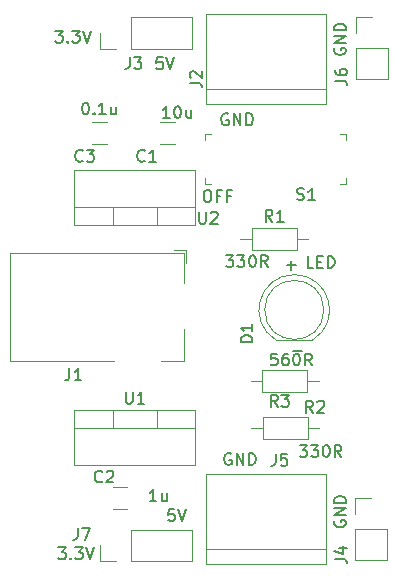
<source format=gto>
%TF.GenerationSoftware,KiCad,Pcbnew,7.0.6-7.0.6~ubuntu22.10.1*%
%TF.CreationDate,2023-08-25T09:43:34+03:00*%
%TF.ProjectId,Power Supply Module,506f7765-7220-4537-9570-706c79204d6f,rev?*%
%TF.SameCoordinates,Original*%
%TF.FileFunction,Legend,Top*%
%TF.FilePolarity,Positive*%
%FSLAX46Y46*%
G04 Gerber Fmt 4.6, Leading zero omitted, Abs format (unit mm)*
G04 Created by KiCad (PCBNEW 7.0.6-7.0.6~ubuntu22.10.1) date 2023-08-25 09:43:34*
%MOMM*%
%LPD*%
G01*
G04 APERTURE LIST*
%ADD10C,0.200000*%
%ADD11C,0.150000*%
%ADD12C,0.120000*%
%ADD13C,0.100000*%
G04 APERTURE END LIST*
D10*
X183060149Y-75117219D02*
X183250625Y-75117219D01*
X183250625Y-75117219D02*
X183345863Y-75164838D01*
X183345863Y-75164838D02*
X183441101Y-75260076D01*
X183441101Y-75260076D02*
X183488720Y-75450552D01*
X183488720Y-75450552D02*
X183488720Y-75783885D01*
X183488720Y-75783885D02*
X183441101Y-75974361D01*
X183441101Y-75974361D02*
X183345863Y-76069600D01*
X183345863Y-76069600D02*
X183250625Y-76117219D01*
X183250625Y-76117219D02*
X183060149Y-76117219D01*
X183060149Y-76117219D02*
X182964911Y-76069600D01*
X182964911Y-76069600D02*
X182869673Y-75974361D01*
X182869673Y-75974361D02*
X182822054Y-75783885D01*
X182822054Y-75783885D02*
X182822054Y-75450552D01*
X182822054Y-75450552D02*
X182869673Y-75260076D01*
X182869673Y-75260076D02*
X182964911Y-75164838D01*
X182964911Y-75164838D02*
X183060149Y-75117219D01*
X184250625Y-75593409D02*
X183917292Y-75593409D01*
X183917292Y-76117219D02*
X183917292Y-75117219D01*
X183917292Y-75117219D02*
X184393482Y-75117219D01*
X185107768Y-75593409D02*
X184774435Y-75593409D01*
X184774435Y-76117219D02*
X184774435Y-75117219D01*
X184774435Y-75117219D02*
X185250625Y-75117219D01*
X190369673Y-88736266D02*
X191131578Y-88736266D01*
X189869673Y-81486266D02*
X190631578Y-81486266D01*
X190250625Y-81867219D02*
X190250625Y-81105314D01*
X170524435Y-105367219D02*
X171143482Y-105367219D01*
X171143482Y-105367219D02*
X170810149Y-105748171D01*
X170810149Y-105748171D02*
X170953006Y-105748171D01*
X170953006Y-105748171D02*
X171048244Y-105795790D01*
X171048244Y-105795790D02*
X171095863Y-105843409D01*
X171095863Y-105843409D02*
X171143482Y-105938647D01*
X171143482Y-105938647D02*
X171143482Y-106176742D01*
X171143482Y-106176742D02*
X171095863Y-106271980D01*
X171095863Y-106271980D02*
X171048244Y-106319600D01*
X171048244Y-106319600D02*
X170953006Y-106367219D01*
X170953006Y-106367219D02*
X170667292Y-106367219D01*
X170667292Y-106367219D02*
X170572054Y-106319600D01*
X170572054Y-106319600D02*
X170524435Y-106271980D01*
X171572054Y-106271980D02*
X171619673Y-106319600D01*
X171619673Y-106319600D02*
X171572054Y-106367219D01*
X171572054Y-106367219D02*
X171524435Y-106319600D01*
X171524435Y-106319600D02*
X171572054Y-106271980D01*
X171572054Y-106271980D02*
X171572054Y-106367219D01*
X171953006Y-105367219D02*
X172572053Y-105367219D01*
X172572053Y-105367219D02*
X172238720Y-105748171D01*
X172238720Y-105748171D02*
X172381577Y-105748171D01*
X172381577Y-105748171D02*
X172476815Y-105795790D01*
X172476815Y-105795790D02*
X172524434Y-105843409D01*
X172524434Y-105843409D02*
X172572053Y-105938647D01*
X172572053Y-105938647D02*
X172572053Y-106176742D01*
X172572053Y-106176742D02*
X172524434Y-106271980D01*
X172524434Y-106271980D02*
X172476815Y-106319600D01*
X172476815Y-106319600D02*
X172381577Y-106367219D01*
X172381577Y-106367219D02*
X172095863Y-106367219D01*
X172095863Y-106367219D02*
X172000625Y-106319600D01*
X172000625Y-106319600D02*
X171953006Y-106271980D01*
X172857768Y-105367219D02*
X173191101Y-106367219D01*
X173191101Y-106367219D02*
X173524434Y-105367219D01*
X170274435Y-61617219D02*
X170893482Y-61617219D01*
X170893482Y-61617219D02*
X170560149Y-61998171D01*
X170560149Y-61998171D02*
X170703006Y-61998171D01*
X170703006Y-61998171D02*
X170798244Y-62045790D01*
X170798244Y-62045790D02*
X170845863Y-62093409D01*
X170845863Y-62093409D02*
X170893482Y-62188647D01*
X170893482Y-62188647D02*
X170893482Y-62426742D01*
X170893482Y-62426742D02*
X170845863Y-62521980D01*
X170845863Y-62521980D02*
X170798244Y-62569600D01*
X170798244Y-62569600D02*
X170703006Y-62617219D01*
X170703006Y-62617219D02*
X170417292Y-62617219D01*
X170417292Y-62617219D02*
X170322054Y-62569600D01*
X170322054Y-62569600D02*
X170274435Y-62521980D01*
X171322054Y-62521980D02*
X171369673Y-62569600D01*
X171369673Y-62569600D02*
X171322054Y-62617219D01*
X171322054Y-62617219D02*
X171274435Y-62569600D01*
X171274435Y-62569600D02*
X171322054Y-62521980D01*
X171322054Y-62521980D02*
X171322054Y-62617219D01*
X171703006Y-61617219D02*
X172322053Y-61617219D01*
X172322053Y-61617219D02*
X171988720Y-61998171D01*
X171988720Y-61998171D02*
X172131577Y-61998171D01*
X172131577Y-61998171D02*
X172226815Y-62045790D01*
X172226815Y-62045790D02*
X172274434Y-62093409D01*
X172274434Y-62093409D02*
X172322053Y-62188647D01*
X172322053Y-62188647D02*
X172322053Y-62426742D01*
X172322053Y-62426742D02*
X172274434Y-62521980D01*
X172274434Y-62521980D02*
X172226815Y-62569600D01*
X172226815Y-62569600D02*
X172131577Y-62617219D01*
X172131577Y-62617219D02*
X171845863Y-62617219D01*
X171845863Y-62617219D02*
X171750625Y-62569600D01*
X171750625Y-62569600D02*
X171703006Y-62521980D01*
X172607768Y-61617219D02*
X172941101Y-62617219D01*
X172941101Y-62617219D02*
X173274434Y-61617219D01*
X179345863Y-63867219D02*
X178869673Y-63867219D01*
X178869673Y-63867219D02*
X178822054Y-64343409D01*
X178822054Y-64343409D02*
X178869673Y-64295790D01*
X178869673Y-64295790D02*
X178964911Y-64248171D01*
X178964911Y-64248171D02*
X179203006Y-64248171D01*
X179203006Y-64248171D02*
X179298244Y-64295790D01*
X179298244Y-64295790D02*
X179345863Y-64343409D01*
X179345863Y-64343409D02*
X179393482Y-64438647D01*
X179393482Y-64438647D02*
X179393482Y-64676742D01*
X179393482Y-64676742D02*
X179345863Y-64771980D01*
X179345863Y-64771980D02*
X179298244Y-64819600D01*
X179298244Y-64819600D02*
X179203006Y-64867219D01*
X179203006Y-64867219D02*
X178964911Y-64867219D01*
X178964911Y-64867219D02*
X178869673Y-64819600D01*
X178869673Y-64819600D02*
X178822054Y-64771980D01*
X179679197Y-63867219D02*
X180012530Y-64867219D01*
X180012530Y-64867219D02*
X180345863Y-63867219D01*
X180345863Y-102117219D02*
X179869673Y-102117219D01*
X179869673Y-102117219D02*
X179822054Y-102593409D01*
X179822054Y-102593409D02*
X179869673Y-102545790D01*
X179869673Y-102545790D02*
X179964911Y-102498171D01*
X179964911Y-102498171D02*
X180203006Y-102498171D01*
X180203006Y-102498171D02*
X180298244Y-102545790D01*
X180298244Y-102545790D02*
X180345863Y-102593409D01*
X180345863Y-102593409D02*
X180393482Y-102688647D01*
X180393482Y-102688647D02*
X180393482Y-102926742D01*
X180393482Y-102926742D02*
X180345863Y-103021980D01*
X180345863Y-103021980D02*
X180298244Y-103069600D01*
X180298244Y-103069600D02*
X180203006Y-103117219D01*
X180203006Y-103117219D02*
X179964911Y-103117219D01*
X179964911Y-103117219D02*
X179869673Y-103069600D01*
X179869673Y-103069600D02*
X179822054Y-103021980D01*
X180679197Y-102117219D02*
X181012530Y-103117219D01*
X181012530Y-103117219D02*
X181345863Y-102117219D01*
X193914838Y-103106517D02*
X193867219Y-103201755D01*
X193867219Y-103201755D02*
X193867219Y-103344612D01*
X193867219Y-103344612D02*
X193914838Y-103487469D01*
X193914838Y-103487469D02*
X194010076Y-103582707D01*
X194010076Y-103582707D02*
X194105314Y-103630326D01*
X194105314Y-103630326D02*
X194295790Y-103677945D01*
X194295790Y-103677945D02*
X194438647Y-103677945D01*
X194438647Y-103677945D02*
X194629123Y-103630326D01*
X194629123Y-103630326D02*
X194724361Y-103582707D01*
X194724361Y-103582707D02*
X194819600Y-103487469D01*
X194819600Y-103487469D02*
X194867219Y-103344612D01*
X194867219Y-103344612D02*
X194867219Y-103249374D01*
X194867219Y-103249374D02*
X194819600Y-103106517D01*
X194819600Y-103106517D02*
X194771980Y-103058898D01*
X194771980Y-103058898D02*
X194438647Y-103058898D01*
X194438647Y-103058898D02*
X194438647Y-103249374D01*
X194867219Y-102630326D02*
X193867219Y-102630326D01*
X193867219Y-102630326D02*
X194867219Y-102058898D01*
X194867219Y-102058898D02*
X193867219Y-102058898D01*
X194867219Y-101582707D02*
X193867219Y-101582707D01*
X193867219Y-101582707D02*
X193867219Y-101344612D01*
X193867219Y-101344612D02*
X193914838Y-101201755D01*
X193914838Y-101201755D02*
X194010076Y-101106517D01*
X194010076Y-101106517D02*
X194105314Y-101058898D01*
X194105314Y-101058898D02*
X194295790Y-101011279D01*
X194295790Y-101011279D02*
X194438647Y-101011279D01*
X194438647Y-101011279D02*
X194629123Y-101058898D01*
X194629123Y-101058898D02*
X194724361Y-101106517D01*
X194724361Y-101106517D02*
X194819600Y-101201755D01*
X194819600Y-101201755D02*
X194867219Y-101344612D01*
X194867219Y-101344612D02*
X194867219Y-101582707D01*
X185143482Y-97414838D02*
X185048244Y-97367219D01*
X185048244Y-97367219D02*
X184905387Y-97367219D01*
X184905387Y-97367219D02*
X184762530Y-97414838D01*
X184762530Y-97414838D02*
X184667292Y-97510076D01*
X184667292Y-97510076D02*
X184619673Y-97605314D01*
X184619673Y-97605314D02*
X184572054Y-97795790D01*
X184572054Y-97795790D02*
X184572054Y-97938647D01*
X184572054Y-97938647D02*
X184619673Y-98129123D01*
X184619673Y-98129123D02*
X184667292Y-98224361D01*
X184667292Y-98224361D02*
X184762530Y-98319600D01*
X184762530Y-98319600D02*
X184905387Y-98367219D01*
X184905387Y-98367219D02*
X185000625Y-98367219D01*
X185000625Y-98367219D02*
X185143482Y-98319600D01*
X185143482Y-98319600D02*
X185191101Y-98271980D01*
X185191101Y-98271980D02*
X185191101Y-97938647D01*
X185191101Y-97938647D02*
X185000625Y-97938647D01*
X185619673Y-98367219D02*
X185619673Y-97367219D01*
X185619673Y-97367219D02*
X186191101Y-98367219D01*
X186191101Y-98367219D02*
X186191101Y-97367219D01*
X186667292Y-98367219D02*
X186667292Y-97367219D01*
X186667292Y-97367219D02*
X186905387Y-97367219D01*
X186905387Y-97367219D02*
X187048244Y-97414838D01*
X187048244Y-97414838D02*
X187143482Y-97510076D01*
X187143482Y-97510076D02*
X187191101Y-97605314D01*
X187191101Y-97605314D02*
X187238720Y-97795790D01*
X187238720Y-97795790D02*
X187238720Y-97938647D01*
X187238720Y-97938647D02*
X187191101Y-98129123D01*
X187191101Y-98129123D02*
X187143482Y-98224361D01*
X187143482Y-98224361D02*
X187048244Y-98319600D01*
X187048244Y-98319600D02*
X186905387Y-98367219D01*
X186905387Y-98367219D02*
X186667292Y-98367219D01*
X193914838Y-63106517D02*
X193867219Y-63201755D01*
X193867219Y-63201755D02*
X193867219Y-63344612D01*
X193867219Y-63344612D02*
X193914838Y-63487469D01*
X193914838Y-63487469D02*
X194010076Y-63582707D01*
X194010076Y-63582707D02*
X194105314Y-63630326D01*
X194105314Y-63630326D02*
X194295790Y-63677945D01*
X194295790Y-63677945D02*
X194438647Y-63677945D01*
X194438647Y-63677945D02*
X194629123Y-63630326D01*
X194629123Y-63630326D02*
X194724361Y-63582707D01*
X194724361Y-63582707D02*
X194819600Y-63487469D01*
X194819600Y-63487469D02*
X194867219Y-63344612D01*
X194867219Y-63344612D02*
X194867219Y-63249374D01*
X194867219Y-63249374D02*
X194819600Y-63106517D01*
X194819600Y-63106517D02*
X194771980Y-63058898D01*
X194771980Y-63058898D02*
X194438647Y-63058898D01*
X194438647Y-63058898D02*
X194438647Y-63249374D01*
X194867219Y-62630326D02*
X193867219Y-62630326D01*
X193867219Y-62630326D02*
X194867219Y-62058898D01*
X194867219Y-62058898D02*
X193867219Y-62058898D01*
X194867219Y-61582707D02*
X193867219Y-61582707D01*
X193867219Y-61582707D02*
X193867219Y-61344612D01*
X193867219Y-61344612D02*
X193914838Y-61201755D01*
X193914838Y-61201755D02*
X194010076Y-61106517D01*
X194010076Y-61106517D02*
X194105314Y-61058898D01*
X194105314Y-61058898D02*
X194295790Y-61011279D01*
X194295790Y-61011279D02*
X194438647Y-61011279D01*
X194438647Y-61011279D02*
X194629123Y-61058898D01*
X194629123Y-61058898D02*
X194724361Y-61106517D01*
X194724361Y-61106517D02*
X194819600Y-61201755D01*
X194819600Y-61201755D02*
X194867219Y-61344612D01*
X194867219Y-61344612D02*
X194867219Y-61582707D01*
X184893482Y-68664838D02*
X184798244Y-68617219D01*
X184798244Y-68617219D02*
X184655387Y-68617219D01*
X184655387Y-68617219D02*
X184512530Y-68664838D01*
X184512530Y-68664838D02*
X184417292Y-68760076D01*
X184417292Y-68760076D02*
X184369673Y-68855314D01*
X184369673Y-68855314D02*
X184322054Y-69045790D01*
X184322054Y-69045790D02*
X184322054Y-69188647D01*
X184322054Y-69188647D02*
X184369673Y-69379123D01*
X184369673Y-69379123D02*
X184417292Y-69474361D01*
X184417292Y-69474361D02*
X184512530Y-69569600D01*
X184512530Y-69569600D02*
X184655387Y-69617219D01*
X184655387Y-69617219D02*
X184750625Y-69617219D01*
X184750625Y-69617219D02*
X184893482Y-69569600D01*
X184893482Y-69569600D02*
X184941101Y-69521980D01*
X184941101Y-69521980D02*
X184941101Y-69188647D01*
X184941101Y-69188647D02*
X184750625Y-69188647D01*
X185369673Y-69617219D02*
X185369673Y-68617219D01*
X185369673Y-68617219D02*
X185941101Y-69617219D01*
X185941101Y-69617219D02*
X185941101Y-68617219D01*
X186417292Y-69617219D02*
X186417292Y-68617219D01*
X186417292Y-68617219D02*
X186655387Y-68617219D01*
X186655387Y-68617219D02*
X186798244Y-68664838D01*
X186798244Y-68664838D02*
X186893482Y-68760076D01*
X186893482Y-68760076D02*
X186941101Y-68855314D01*
X186941101Y-68855314D02*
X186988720Y-69045790D01*
X186988720Y-69045790D02*
X186988720Y-69188647D01*
X186988720Y-69188647D02*
X186941101Y-69379123D01*
X186941101Y-69379123D02*
X186893482Y-69474361D01*
X186893482Y-69474361D02*
X186798244Y-69569600D01*
X186798244Y-69569600D02*
X186655387Y-69617219D01*
X186655387Y-69617219D02*
X186417292Y-69617219D01*
D11*
X182438095Y-76954819D02*
X182438095Y-77764342D01*
X182438095Y-77764342D02*
X182485714Y-77859580D01*
X182485714Y-77859580D02*
X182533333Y-77907200D01*
X182533333Y-77907200D02*
X182628571Y-77954819D01*
X182628571Y-77954819D02*
X182819047Y-77954819D01*
X182819047Y-77954819D02*
X182914285Y-77907200D01*
X182914285Y-77907200D02*
X182961904Y-77859580D01*
X182961904Y-77859580D02*
X183009523Y-77764342D01*
X183009523Y-77764342D02*
X183009523Y-76954819D01*
X183438095Y-77050057D02*
X183485714Y-77002438D01*
X183485714Y-77002438D02*
X183580952Y-76954819D01*
X183580952Y-76954819D02*
X183819047Y-76954819D01*
X183819047Y-76954819D02*
X183914285Y-77002438D01*
X183914285Y-77002438D02*
X183961904Y-77050057D01*
X183961904Y-77050057D02*
X184009523Y-77145295D01*
X184009523Y-77145295D02*
X184009523Y-77240533D01*
X184009523Y-77240533D02*
X183961904Y-77383390D01*
X183961904Y-77383390D02*
X183390476Y-77954819D01*
X183390476Y-77954819D02*
X184009523Y-77954819D01*
X190738095Y-75907200D02*
X190880952Y-75954819D01*
X190880952Y-75954819D02*
X191119047Y-75954819D01*
X191119047Y-75954819D02*
X191214285Y-75907200D01*
X191214285Y-75907200D02*
X191261904Y-75859580D01*
X191261904Y-75859580D02*
X191309523Y-75764342D01*
X191309523Y-75764342D02*
X191309523Y-75669104D01*
X191309523Y-75669104D02*
X191261904Y-75573866D01*
X191261904Y-75573866D02*
X191214285Y-75526247D01*
X191214285Y-75526247D02*
X191119047Y-75478628D01*
X191119047Y-75478628D02*
X190928571Y-75431009D01*
X190928571Y-75431009D02*
X190833333Y-75383390D01*
X190833333Y-75383390D02*
X190785714Y-75335771D01*
X190785714Y-75335771D02*
X190738095Y-75240533D01*
X190738095Y-75240533D02*
X190738095Y-75145295D01*
X190738095Y-75145295D02*
X190785714Y-75050057D01*
X190785714Y-75050057D02*
X190833333Y-75002438D01*
X190833333Y-75002438D02*
X190928571Y-74954819D01*
X190928571Y-74954819D02*
X191166666Y-74954819D01*
X191166666Y-74954819D02*
X191309523Y-75002438D01*
X192261904Y-75954819D02*
X191690476Y-75954819D01*
X191976190Y-75954819D02*
X191976190Y-74954819D01*
X191976190Y-74954819D02*
X191880952Y-75097676D01*
X191880952Y-75097676D02*
X191785714Y-75192914D01*
X191785714Y-75192914D02*
X191690476Y-75240533D01*
X186954819Y-87988094D02*
X185954819Y-87988094D01*
X185954819Y-87988094D02*
X185954819Y-87749999D01*
X185954819Y-87749999D02*
X186002438Y-87607142D01*
X186002438Y-87607142D02*
X186097676Y-87511904D01*
X186097676Y-87511904D02*
X186192914Y-87464285D01*
X186192914Y-87464285D02*
X186383390Y-87416666D01*
X186383390Y-87416666D02*
X186526247Y-87416666D01*
X186526247Y-87416666D02*
X186716723Y-87464285D01*
X186716723Y-87464285D02*
X186811961Y-87511904D01*
X186811961Y-87511904D02*
X186907200Y-87607142D01*
X186907200Y-87607142D02*
X186954819Y-87749999D01*
X186954819Y-87749999D02*
X186954819Y-87988094D01*
X186954819Y-86464285D02*
X186954819Y-87035713D01*
X186954819Y-86749999D02*
X185954819Y-86749999D01*
X185954819Y-86749999D02*
X186097676Y-86845237D01*
X186097676Y-86845237D02*
X186192914Y-86940475D01*
X186192914Y-86940475D02*
X186240533Y-87035713D01*
X192107142Y-81704819D02*
X191630952Y-81704819D01*
X191630952Y-81704819D02*
X191630952Y-80704819D01*
X192440476Y-81181009D02*
X192773809Y-81181009D01*
X192916666Y-81704819D02*
X192440476Y-81704819D01*
X192440476Y-81704819D02*
X192440476Y-80704819D01*
X192440476Y-80704819D02*
X192916666Y-80704819D01*
X193345238Y-81704819D02*
X193345238Y-80704819D01*
X193345238Y-80704819D02*
X193583333Y-80704819D01*
X193583333Y-80704819D02*
X193726190Y-80752438D01*
X193726190Y-80752438D02*
X193821428Y-80847676D01*
X193821428Y-80847676D02*
X193869047Y-80942914D01*
X193869047Y-80942914D02*
X193916666Y-81133390D01*
X193916666Y-81133390D02*
X193916666Y-81276247D01*
X193916666Y-81276247D02*
X193869047Y-81466723D01*
X193869047Y-81466723D02*
X193821428Y-81561961D01*
X193821428Y-81561961D02*
X193726190Y-81657200D01*
X193726190Y-81657200D02*
X193583333Y-81704819D01*
X193583333Y-81704819D02*
X193345238Y-81704819D01*
X174233333Y-99759580D02*
X174185714Y-99807200D01*
X174185714Y-99807200D02*
X174042857Y-99854819D01*
X174042857Y-99854819D02*
X173947619Y-99854819D01*
X173947619Y-99854819D02*
X173804762Y-99807200D01*
X173804762Y-99807200D02*
X173709524Y-99711961D01*
X173709524Y-99711961D02*
X173661905Y-99616723D01*
X173661905Y-99616723D02*
X173614286Y-99426247D01*
X173614286Y-99426247D02*
X173614286Y-99283390D01*
X173614286Y-99283390D02*
X173661905Y-99092914D01*
X173661905Y-99092914D02*
X173709524Y-98997676D01*
X173709524Y-98997676D02*
X173804762Y-98902438D01*
X173804762Y-98902438D02*
X173947619Y-98854819D01*
X173947619Y-98854819D02*
X174042857Y-98854819D01*
X174042857Y-98854819D02*
X174185714Y-98902438D01*
X174185714Y-98902438D02*
X174233333Y-98950057D01*
X174614286Y-98950057D02*
X174661905Y-98902438D01*
X174661905Y-98902438D02*
X174757143Y-98854819D01*
X174757143Y-98854819D02*
X174995238Y-98854819D01*
X174995238Y-98854819D02*
X175090476Y-98902438D01*
X175090476Y-98902438D02*
X175138095Y-98950057D01*
X175138095Y-98950057D02*
X175185714Y-99045295D01*
X175185714Y-99045295D02*
X175185714Y-99140533D01*
X175185714Y-99140533D02*
X175138095Y-99283390D01*
X175138095Y-99283390D02*
X174566667Y-99854819D01*
X174566667Y-99854819D02*
X175185714Y-99854819D01*
X178833333Y-101454819D02*
X178261905Y-101454819D01*
X178547619Y-101454819D02*
X178547619Y-100454819D01*
X178547619Y-100454819D02*
X178452381Y-100597676D01*
X178452381Y-100597676D02*
X178357143Y-100692914D01*
X178357143Y-100692914D02*
X178261905Y-100740533D01*
X179690476Y-100788152D02*
X179690476Y-101454819D01*
X179261905Y-100788152D02*
X179261905Y-101311961D01*
X179261905Y-101311961D02*
X179309524Y-101407200D01*
X179309524Y-101407200D02*
X179404762Y-101454819D01*
X179404762Y-101454819D02*
X179547619Y-101454819D01*
X179547619Y-101454819D02*
X179642857Y-101407200D01*
X179642857Y-101407200D02*
X179690476Y-101359580D01*
X188643333Y-77784819D02*
X188310000Y-77308628D01*
X188071905Y-77784819D02*
X188071905Y-76784819D01*
X188071905Y-76784819D02*
X188452857Y-76784819D01*
X188452857Y-76784819D02*
X188548095Y-76832438D01*
X188548095Y-76832438D02*
X188595714Y-76880057D01*
X188595714Y-76880057D02*
X188643333Y-76975295D01*
X188643333Y-76975295D02*
X188643333Y-77118152D01*
X188643333Y-77118152D02*
X188595714Y-77213390D01*
X188595714Y-77213390D02*
X188548095Y-77261009D01*
X188548095Y-77261009D02*
X188452857Y-77308628D01*
X188452857Y-77308628D02*
X188071905Y-77308628D01*
X189595714Y-77784819D02*
X189024286Y-77784819D01*
X189310000Y-77784819D02*
X189310000Y-76784819D01*
X189310000Y-76784819D02*
X189214762Y-76927676D01*
X189214762Y-76927676D02*
X189119524Y-77022914D01*
X189119524Y-77022914D02*
X189024286Y-77070533D01*
X184714286Y-80624819D02*
X185333333Y-80624819D01*
X185333333Y-80624819D02*
X185000000Y-81005771D01*
X185000000Y-81005771D02*
X185142857Y-81005771D01*
X185142857Y-81005771D02*
X185238095Y-81053390D01*
X185238095Y-81053390D02*
X185285714Y-81101009D01*
X185285714Y-81101009D02*
X185333333Y-81196247D01*
X185333333Y-81196247D02*
X185333333Y-81434342D01*
X185333333Y-81434342D02*
X185285714Y-81529580D01*
X185285714Y-81529580D02*
X185238095Y-81577200D01*
X185238095Y-81577200D02*
X185142857Y-81624819D01*
X185142857Y-81624819D02*
X184857143Y-81624819D01*
X184857143Y-81624819D02*
X184761905Y-81577200D01*
X184761905Y-81577200D02*
X184714286Y-81529580D01*
X185666667Y-80624819D02*
X186285714Y-80624819D01*
X186285714Y-80624819D02*
X185952381Y-81005771D01*
X185952381Y-81005771D02*
X186095238Y-81005771D01*
X186095238Y-81005771D02*
X186190476Y-81053390D01*
X186190476Y-81053390D02*
X186238095Y-81101009D01*
X186238095Y-81101009D02*
X186285714Y-81196247D01*
X186285714Y-81196247D02*
X186285714Y-81434342D01*
X186285714Y-81434342D02*
X186238095Y-81529580D01*
X186238095Y-81529580D02*
X186190476Y-81577200D01*
X186190476Y-81577200D02*
X186095238Y-81624819D01*
X186095238Y-81624819D02*
X185809524Y-81624819D01*
X185809524Y-81624819D02*
X185714286Y-81577200D01*
X185714286Y-81577200D02*
X185666667Y-81529580D01*
X186904762Y-80624819D02*
X187000000Y-80624819D01*
X187000000Y-80624819D02*
X187095238Y-80672438D01*
X187095238Y-80672438D02*
X187142857Y-80720057D01*
X187142857Y-80720057D02*
X187190476Y-80815295D01*
X187190476Y-80815295D02*
X187238095Y-81005771D01*
X187238095Y-81005771D02*
X187238095Y-81243866D01*
X187238095Y-81243866D02*
X187190476Y-81434342D01*
X187190476Y-81434342D02*
X187142857Y-81529580D01*
X187142857Y-81529580D02*
X187095238Y-81577200D01*
X187095238Y-81577200D02*
X187000000Y-81624819D01*
X187000000Y-81624819D02*
X186904762Y-81624819D01*
X186904762Y-81624819D02*
X186809524Y-81577200D01*
X186809524Y-81577200D02*
X186761905Y-81529580D01*
X186761905Y-81529580D02*
X186714286Y-81434342D01*
X186714286Y-81434342D02*
X186666667Y-81243866D01*
X186666667Y-81243866D02*
X186666667Y-81005771D01*
X186666667Y-81005771D02*
X186714286Y-80815295D01*
X186714286Y-80815295D02*
X186761905Y-80720057D01*
X186761905Y-80720057D02*
X186809524Y-80672438D01*
X186809524Y-80672438D02*
X186904762Y-80624819D01*
X188238095Y-81624819D02*
X187904762Y-81148628D01*
X187666667Y-81624819D02*
X187666667Y-80624819D01*
X187666667Y-80624819D02*
X188047619Y-80624819D01*
X188047619Y-80624819D02*
X188142857Y-80672438D01*
X188142857Y-80672438D02*
X188190476Y-80720057D01*
X188190476Y-80720057D02*
X188238095Y-80815295D01*
X188238095Y-80815295D02*
X188238095Y-80958152D01*
X188238095Y-80958152D02*
X188190476Y-81053390D01*
X188190476Y-81053390D02*
X188142857Y-81101009D01*
X188142857Y-81101009D02*
X188047619Y-81148628D01*
X188047619Y-81148628D02*
X187666667Y-81148628D01*
X171466666Y-90204819D02*
X171466666Y-90919104D01*
X171466666Y-90919104D02*
X171419047Y-91061961D01*
X171419047Y-91061961D02*
X171323809Y-91157200D01*
X171323809Y-91157200D02*
X171180952Y-91204819D01*
X171180952Y-91204819D02*
X171085714Y-91204819D01*
X172466666Y-91204819D02*
X171895238Y-91204819D01*
X172180952Y-91204819D02*
X172180952Y-90204819D01*
X172180952Y-90204819D02*
X172085714Y-90347676D01*
X172085714Y-90347676D02*
X171990476Y-90442914D01*
X171990476Y-90442914D02*
X171895238Y-90490533D01*
X176238095Y-92184819D02*
X176238095Y-92994342D01*
X176238095Y-92994342D02*
X176285714Y-93089580D01*
X176285714Y-93089580D02*
X176333333Y-93137200D01*
X176333333Y-93137200D02*
X176428571Y-93184819D01*
X176428571Y-93184819D02*
X176619047Y-93184819D01*
X176619047Y-93184819D02*
X176714285Y-93137200D01*
X176714285Y-93137200D02*
X176761904Y-93089580D01*
X176761904Y-93089580D02*
X176809523Y-92994342D01*
X176809523Y-92994342D02*
X176809523Y-92184819D01*
X177809523Y-93184819D02*
X177238095Y-93184819D01*
X177523809Y-93184819D02*
X177523809Y-92184819D01*
X177523809Y-92184819D02*
X177428571Y-92327676D01*
X177428571Y-92327676D02*
X177333333Y-92422914D01*
X177333333Y-92422914D02*
X177238095Y-92470533D01*
X193954819Y-65833333D02*
X194669104Y-65833333D01*
X194669104Y-65833333D02*
X194811961Y-65880952D01*
X194811961Y-65880952D02*
X194907200Y-65976190D01*
X194907200Y-65976190D02*
X194954819Y-66119047D01*
X194954819Y-66119047D02*
X194954819Y-66214285D01*
X193954819Y-64928571D02*
X193954819Y-65119047D01*
X193954819Y-65119047D02*
X194002438Y-65214285D01*
X194002438Y-65214285D02*
X194050057Y-65261904D01*
X194050057Y-65261904D02*
X194192914Y-65357142D01*
X194192914Y-65357142D02*
X194383390Y-65404761D01*
X194383390Y-65404761D02*
X194764342Y-65404761D01*
X194764342Y-65404761D02*
X194859580Y-65357142D01*
X194859580Y-65357142D02*
X194907200Y-65309523D01*
X194907200Y-65309523D02*
X194954819Y-65214285D01*
X194954819Y-65214285D02*
X194954819Y-65023809D01*
X194954819Y-65023809D02*
X194907200Y-64928571D01*
X194907200Y-64928571D02*
X194859580Y-64880952D01*
X194859580Y-64880952D02*
X194764342Y-64833333D01*
X194764342Y-64833333D02*
X194526247Y-64833333D01*
X194526247Y-64833333D02*
X194431009Y-64880952D01*
X194431009Y-64880952D02*
X194383390Y-64928571D01*
X194383390Y-64928571D02*
X194335771Y-65023809D01*
X194335771Y-65023809D02*
X194335771Y-65214285D01*
X194335771Y-65214285D02*
X194383390Y-65309523D01*
X194383390Y-65309523D02*
X194431009Y-65357142D01*
X194431009Y-65357142D02*
X194526247Y-65404761D01*
X193954819Y-106333333D02*
X194669104Y-106333333D01*
X194669104Y-106333333D02*
X194811961Y-106380952D01*
X194811961Y-106380952D02*
X194907200Y-106476190D01*
X194907200Y-106476190D02*
X194954819Y-106619047D01*
X194954819Y-106619047D02*
X194954819Y-106714285D01*
X194288152Y-105428571D02*
X194954819Y-105428571D01*
X193907200Y-105666666D02*
X194621485Y-105904761D01*
X194621485Y-105904761D02*
X194621485Y-105285714D01*
X176566666Y-63854819D02*
X176566666Y-64569104D01*
X176566666Y-64569104D02*
X176519047Y-64711961D01*
X176519047Y-64711961D02*
X176423809Y-64807200D01*
X176423809Y-64807200D02*
X176280952Y-64854819D01*
X176280952Y-64854819D02*
X176185714Y-64854819D01*
X176947619Y-63854819D02*
X177566666Y-63854819D01*
X177566666Y-63854819D02*
X177233333Y-64235771D01*
X177233333Y-64235771D02*
X177376190Y-64235771D01*
X177376190Y-64235771D02*
X177471428Y-64283390D01*
X177471428Y-64283390D02*
X177519047Y-64331009D01*
X177519047Y-64331009D02*
X177566666Y-64426247D01*
X177566666Y-64426247D02*
X177566666Y-64664342D01*
X177566666Y-64664342D02*
X177519047Y-64759580D01*
X177519047Y-64759580D02*
X177471428Y-64807200D01*
X177471428Y-64807200D02*
X177376190Y-64854819D01*
X177376190Y-64854819D02*
X177090476Y-64854819D01*
X177090476Y-64854819D02*
X176995238Y-64807200D01*
X176995238Y-64807200D02*
X176947619Y-64759580D01*
X188916666Y-97454819D02*
X188916666Y-98169104D01*
X188916666Y-98169104D02*
X188869047Y-98311961D01*
X188869047Y-98311961D02*
X188773809Y-98407200D01*
X188773809Y-98407200D02*
X188630952Y-98454819D01*
X188630952Y-98454819D02*
X188535714Y-98454819D01*
X189869047Y-97454819D02*
X189392857Y-97454819D01*
X189392857Y-97454819D02*
X189345238Y-97931009D01*
X189345238Y-97931009D02*
X189392857Y-97883390D01*
X189392857Y-97883390D02*
X189488095Y-97835771D01*
X189488095Y-97835771D02*
X189726190Y-97835771D01*
X189726190Y-97835771D02*
X189821428Y-97883390D01*
X189821428Y-97883390D02*
X189869047Y-97931009D01*
X189869047Y-97931009D02*
X189916666Y-98026247D01*
X189916666Y-98026247D02*
X189916666Y-98264342D01*
X189916666Y-98264342D02*
X189869047Y-98359580D01*
X189869047Y-98359580D02*
X189821428Y-98407200D01*
X189821428Y-98407200D02*
X189726190Y-98454819D01*
X189726190Y-98454819D02*
X189488095Y-98454819D01*
X189488095Y-98454819D02*
X189392857Y-98407200D01*
X189392857Y-98407200D02*
X189345238Y-98359580D01*
X192083333Y-93954819D02*
X191750000Y-93478628D01*
X191511905Y-93954819D02*
X191511905Y-92954819D01*
X191511905Y-92954819D02*
X191892857Y-92954819D01*
X191892857Y-92954819D02*
X191988095Y-93002438D01*
X191988095Y-93002438D02*
X192035714Y-93050057D01*
X192035714Y-93050057D02*
X192083333Y-93145295D01*
X192083333Y-93145295D02*
X192083333Y-93288152D01*
X192083333Y-93288152D02*
X192035714Y-93383390D01*
X192035714Y-93383390D02*
X191988095Y-93431009D01*
X191988095Y-93431009D02*
X191892857Y-93478628D01*
X191892857Y-93478628D02*
X191511905Y-93478628D01*
X192464286Y-93050057D02*
X192511905Y-93002438D01*
X192511905Y-93002438D02*
X192607143Y-92954819D01*
X192607143Y-92954819D02*
X192845238Y-92954819D01*
X192845238Y-92954819D02*
X192940476Y-93002438D01*
X192940476Y-93002438D02*
X192988095Y-93050057D01*
X192988095Y-93050057D02*
X193035714Y-93145295D01*
X193035714Y-93145295D02*
X193035714Y-93240533D01*
X193035714Y-93240533D02*
X192988095Y-93383390D01*
X192988095Y-93383390D02*
X192416667Y-93954819D01*
X192416667Y-93954819D02*
X193035714Y-93954819D01*
X190964286Y-96704819D02*
X191583333Y-96704819D01*
X191583333Y-96704819D02*
X191250000Y-97085771D01*
X191250000Y-97085771D02*
X191392857Y-97085771D01*
X191392857Y-97085771D02*
X191488095Y-97133390D01*
X191488095Y-97133390D02*
X191535714Y-97181009D01*
X191535714Y-97181009D02*
X191583333Y-97276247D01*
X191583333Y-97276247D02*
X191583333Y-97514342D01*
X191583333Y-97514342D02*
X191535714Y-97609580D01*
X191535714Y-97609580D02*
X191488095Y-97657200D01*
X191488095Y-97657200D02*
X191392857Y-97704819D01*
X191392857Y-97704819D02*
X191107143Y-97704819D01*
X191107143Y-97704819D02*
X191011905Y-97657200D01*
X191011905Y-97657200D02*
X190964286Y-97609580D01*
X191916667Y-96704819D02*
X192535714Y-96704819D01*
X192535714Y-96704819D02*
X192202381Y-97085771D01*
X192202381Y-97085771D02*
X192345238Y-97085771D01*
X192345238Y-97085771D02*
X192440476Y-97133390D01*
X192440476Y-97133390D02*
X192488095Y-97181009D01*
X192488095Y-97181009D02*
X192535714Y-97276247D01*
X192535714Y-97276247D02*
X192535714Y-97514342D01*
X192535714Y-97514342D02*
X192488095Y-97609580D01*
X192488095Y-97609580D02*
X192440476Y-97657200D01*
X192440476Y-97657200D02*
X192345238Y-97704819D01*
X192345238Y-97704819D02*
X192059524Y-97704819D01*
X192059524Y-97704819D02*
X191964286Y-97657200D01*
X191964286Y-97657200D02*
X191916667Y-97609580D01*
X193154762Y-96704819D02*
X193250000Y-96704819D01*
X193250000Y-96704819D02*
X193345238Y-96752438D01*
X193345238Y-96752438D02*
X193392857Y-96800057D01*
X193392857Y-96800057D02*
X193440476Y-96895295D01*
X193440476Y-96895295D02*
X193488095Y-97085771D01*
X193488095Y-97085771D02*
X193488095Y-97323866D01*
X193488095Y-97323866D02*
X193440476Y-97514342D01*
X193440476Y-97514342D02*
X193392857Y-97609580D01*
X193392857Y-97609580D02*
X193345238Y-97657200D01*
X193345238Y-97657200D02*
X193250000Y-97704819D01*
X193250000Y-97704819D02*
X193154762Y-97704819D01*
X193154762Y-97704819D02*
X193059524Y-97657200D01*
X193059524Y-97657200D02*
X193011905Y-97609580D01*
X193011905Y-97609580D02*
X192964286Y-97514342D01*
X192964286Y-97514342D02*
X192916667Y-97323866D01*
X192916667Y-97323866D02*
X192916667Y-97085771D01*
X192916667Y-97085771D02*
X192964286Y-96895295D01*
X192964286Y-96895295D02*
X193011905Y-96800057D01*
X193011905Y-96800057D02*
X193059524Y-96752438D01*
X193059524Y-96752438D02*
X193154762Y-96704819D01*
X194488095Y-97704819D02*
X194154762Y-97228628D01*
X193916667Y-97704819D02*
X193916667Y-96704819D01*
X193916667Y-96704819D02*
X194297619Y-96704819D01*
X194297619Y-96704819D02*
X194392857Y-96752438D01*
X194392857Y-96752438D02*
X194440476Y-96800057D01*
X194440476Y-96800057D02*
X194488095Y-96895295D01*
X194488095Y-96895295D02*
X194488095Y-97038152D01*
X194488095Y-97038152D02*
X194440476Y-97133390D01*
X194440476Y-97133390D02*
X194392857Y-97181009D01*
X194392857Y-97181009D02*
X194297619Y-97228628D01*
X194297619Y-97228628D02*
X193916667Y-97228628D01*
X181654819Y-66033333D02*
X182369104Y-66033333D01*
X182369104Y-66033333D02*
X182511961Y-66080952D01*
X182511961Y-66080952D02*
X182607200Y-66176190D01*
X182607200Y-66176190D02*
X182654819Y-66319047D01*
X182654819Y-66319047D02*
X182654819Y-66414285D01*
X181750057Y-65604761D02*
X181702438Y-65557142D01*
X181702438Y-65557142D02*
X181654819Y-65461904D01*
X181654819Y-65461904D02*
X181654819Y-65223809D01*
X181654819Y-65223809D02*
X181702438Y-65128571D01*
X181702438Y-65128571D02*
X181750057Y-65080952D01*
X181750057Y-65080952D02*
X181845295Y-65033333D01*
X181845295Y-65033333D02*
X181940533Y-65033333D01*
X181940533Y-65033333D02*
X182083390Y-65080952D01*
X182083390Y-65080952D02*
X182654819Y-65652380D01*
X182654819Y-65652380D02*
X182654819Y-65033333D01*
X189083333Y-93454819D02*
X188750000Y-92978628D01*
X188511905Y-93454819D02*
X188511905Y-92454819D01*
X188511905Y-92454819D02*
X188892857Y-92454819D01*
X188892857Y-92454819D02*
X188988095Y-92502438D01*
X188988095Y-92502438D02*
X189035714Y-92550057D01*
X189035714Y-92550057D02*
X189083333Y-92645295D01*
X189083333Y-92645295D02*
X189083333Y-92788152D01*
X189083333Y-92788152D02*
X189035714Y-92883390D01*
X189035714Y-92883390D02*
X188988095Y-92931009D01*
X188988095Y-92931009D02*
X188892857Y-92978628D01*
X188892857Y-92978628D02*
X188511905Y-92978628D01*
X189416667Y-92454819D02*
X190035714Y-92454819D01*
X190035714Y-92454819D02*
X189702381Y-92835771D01*
X189702381Y-92835771D02*
X189845238Y-92835771D01*
X189845238Y-92835771D02*
X189940476Y-92883390D01*
X189940476Y-92883390D02*
X189988095Y-92931009D01*
X189988095Y-92931009D02*
X190035714Y-93026247D01*
X190035714Y-93026247D02*
X190035714Y-93264342D01*
X190035714Y-93264342D02*
X189988095Y-93359580D01*
X189988095Y-93359580D02*
X189940476Y-93407200D01*
X189940476Y-93407200D02*
X189845238Y-93454819D01*
X189845238Y-93454819D02*
X189559524Y-93454819D01*
X189559524Y-93454819D02*
X189464286Y-93407200D01*
X189464286Y-93407200D02*
X189416667Y-93359580D01*
X189035714Y-88954819D02*
X188559524Y-88954819D01*
X188559524Y-88954819D02*
X188511905Y-89431009D01*
X188511905Y-89431009D02*
X188559524Y-89383390D01*
X188559524Y-89383390D02*
X188654762Y-89335771D01*
X188654762Y-89335771D02*
X188892857Y-89335771D01*
X188892857Y-89335771D02*
X188988095Y-89383390D01*
X188988095Y-89383390D02*
X189035714Y-89431009D01*
X189035714Y-89431009D02*
X189083333Y-89526247D01*
X189083333Y-89526247D02*
X189083333Y-89764342D01*
X189083333Y-89764342D02*
X189035714Y-89859580D01*
X189035714Y-89859580D02*
X188988095Y-89907200D01*
X188988095Y-89907200D02*
X188892857Y-89954819D01*
X188892857Y-89954819D02*
X188654762Y-89954819D01*
X188654762Y-89954819D02*
X188559524Y-89907200D01*
X188559524Y-89907200D02*
X188511905Y-89859580D01*
X189940476Y-88954819D02*
X189750000Y-88954819D01*
X189750000Y-88954819D02*
X189654762Y-89002438D01*
X189654762Y-89002438D02*
X189607143Y-89050057D01*
X189607143Y-89050057D02*
X189511905Y-89192914D01*
X189511905Y-89192914D02*
X189464286Y-89383390D01*
X189464286Y-89383390D02*
X189464286Y-89764342D01*
X189464286Y-89764342D02*
X189511905Y-89859580D01*
X189511905Y-89859580D02*
X189559524Y-89907200D01*
X189559524Y-89907200D02*
X189654762Y-89954819D01*
X189654762Y-89954819D02*
X189845238Y-89954819D01*
X189845238Y-89954819D02*
X189940476Y-89907200D01*
X189940476Y-89907200D02*
X189988095Y-89859580D01*
X189988095Y-89859580D02*
X190035714Y-89764342D01*
X190035714Y-89764342D02*
X190035714Y-89526247D01*
X190035714Y-89526247D02*
X189988095Y-89431009D01*
X189988095Y-89431009D02*
X189940476Y-89383390D01*
X189940476Y-89383390D02*
X189845238Y-89335771D01*
X189845238Y-89335771D02*
X189654762Y-89335771D01*
X189654762Y-89335771D02*
X189559524Y-89383390D01*
X189559524Y-89383390D02*
X189511905Y-89431009D01*
X189511905Y-89431009D02*
X189464286Y-89526247D01*
X190654762Y-88954819D02*
X190750000Y-88954819D01*
X190750000Y-88954819D02*
X190845238Y-89002438D01*
X190845238Y-89002438D02*
X190892857Y-89050057D01*
X190892857Y-89050057D02*
X190940476Y-89145295D01*
X190940476Y-89145295D02*
X190988095Y-89335771D01*
X190988095Y-89335771D02*
X190988095Y-89573866D01*
X190988095Y-89573866D02*
X190940476Y-89764342D01*
X190940476Y-89764342D02*
X190892857Y-89859580D01*
X190892857Y-89859580D02*
X190845238Y-89907200D01*
X190845238Y-89907200D02*
X190750000Y-89954819D01*
X190750000Y-89954819D02*
X190654762Y-89954819D01*
X190654762Y-89954819D02*
X190559524Y-89907200D01*
X190559524Y-89907200D02*
X190511905Y-89859580D01*
X190511905Y-89859580D02*
X190464286Y-89764342D01*
X190464286Y-89764342D02*
X190416667Y-89573866D01*
X190416667Y-89573866D02*
X190416667Y-89335771D01*
X190416667Y-89335771D02*
X190464286Y-89145295D01*
X190464286Y-89145295D02*
X190511905Y-89050057D01*
X190511905Y-89050057D02*
X190559524Y-89002438D01*
X190559524Y-89002438D02*
X190654762Y-88954819D01*
X191988095Y-89954819D02*
X191654762Y-89478628D01*
X191416667Y-89954819D02*
X191416667Y-88954819D01*
X191416667Y-88954819D02*
X191797619Y-88954819D01*
X191797619Y-88954819D02*
X191892857Y-89002438D01*
X191892857Y-89002438D02*
X191940476Y-89050057D01*
X191940476Y-89050057D02*
X191988095Y-89145295D01*
X191988095Y-89145295D02*
X191988095Y-89288152D01*
X191988095Y-89288152D02*
X191940476Y-89383390D01*
X191940476Y-89383390D02*
X191892857Y-89431009D01*
X191892857Y-89431009D02*
X191797619Y-89478628D01*
X191797619Y-89478628D02*
X191416667Y-89478628D01*
X177833333Y-72609580D02*
X177785714Y-72657200D01*
X177785714Y-72657200D02*
X177642857Y-72704819D01*
X177642857Y-72704819D02*
X177547619Y-72704819D01*
X177547619Y-72704819D02*
X177404762Y-72657200D01*
X177404762Y-72657200D02*
X177309524Y-72561961D01*
X177309524Y-72561961D02*
X177261905Y-72466723D01*
X177261905Y-72466723D02*
X177214286Y-72276247D01*
X177214286Y-72276247D02*
X177214286Y-72133390D01*
X177214286Y-72133390D02*
X177261905Y-71942914D01*
X177261905Y-71942914D02*
X177309524Y-71847676D01*
X177309524Y-71847676D02*
X177404762Y-71752438D01*
X177404762Y-71752438D02*
X177547619Y-71704819D01*
X177547619Y-71704819D02*
X177642857Y-71704819D01*
X177642857Y-71704819D02*
X177785714Y-71752438D01*
X177785714Y-71752438D02*
X177833333Y-71800057D01*
X178785714Y-72704819D02*
X178214286Y-72704819D01*
X178500000Y-72704819D02*
X178500000Y-71704819D01*
X178500000Y-71704819D02*
X178404762Y-71847676D01*
X178404762Y-71847676D02*
X178309524Y-71942914D01*
X178309524Y-71942914D02*
X178214286Y-71990533D01*
X179957142Y-69004819D02*
X179385714Y-69004819D01*
X179671428Y-69004819D02*
X179671428Y-68004819D01*
X179671428Y-68004819D02*
X179576190Y-68147676D01*
X179576190Y-68147676D02*
X179480952Y-68242914D01*
X179480952Y-68242914D02*
X179385714Y-68290533D01*
X180576190Y-68004819D02*
X180671428Y-68004819D01*
X180671428Y-68004819D02*
X180766666Y-68052438D01*
X180766666Y-68052438D02*
X180814285Y-68100057D01*
X180814285Y-68100057D02*
X180861904Y-68195295D01*
X180861904Y-68195295D02*
X180909523Y-68385771D01*
X180909523Y-68385771D02*
X180909523Y-68623866D01*
X180909523Y-68623866D02*
X180861904Y-68814342D01*
X180861904Y-68814342D02*
X180814285Y-68909580D01*
X180814285Y-68909580D02*
X180766666Y-68957200D01*
X180766666Y-68957200D02*
X180671428Y-69004819D01*
X180671428Y-69004819D02*
X180576190Y-69004819D01*
X180576190Y-69004819D02*
X180480952Y-68957200D01*
X180480952Y-68957200D02*
X180433333Y-68909580D01*
X180433333Y-68909580D02*
X180385714Y-68814342D01*
X180385714Y-68814342D02*
X180338095Y-68623866D01*
X180338095Y-68623866D02*
X180338095Y-68385771D01*
X180338095Y-68385771D02*
X180385714Y-68195295D01*
X180385714Y-68195295D02*
X180433333Y-68100057D01*
X180433333Y-68100057D02*
X180480952Y-68052438D01*
X180480952Y-68052438D02*
X180576190Y-68004819D01*
X181766666Y-68338152D02*
X181766666Y-69004819D01*
X181338095Y-68338152D02*
X181338095Y-68861961D01*
X181338095Y-68861961D02*
X181385714Y-68957200D01*
X181385714Y-68957200D02*
X181480952Y-69004819D01*
X181480952Y-69004819D02*
X181623809Y-69004819D01*
X181623809Y-69004819D02*
X181719047Y-68957200D01*
X181719047Y-68957200D02*
X181766666Y-68909580D01*
X172583333Y-72609580D02*
X172535714Y-72657200D01*
X172535714Y-72657200D02*
X172392857Y-72704819D01*
X172392857Y-72704819D02*
X172297619Y-72704819D01*
X172297619Y-72704819D02*
X172154762Y-72657200D01*
X172154762Y-72657200D02*
X172059524Y-72561961D01*
X172059524Y-72561961D02*
X172011905Y-72466723D01*
X172011905Y-72466723D02*
X171964286Y-72276247D01*
X171964286Y-72276247D02*
X171964286Y-72133390D01*
X171964286Y-72133390D02*
X172011905Y-71942914D01*
X172011905Y-71942914D02*
X172059524Y-71847676D01*
X172059524Y-71847676D02*
X172154762Y-71752438D01*
X172154762Y-71752438D02*
X172297619Y-71704819D01*
X172297619Y-71704819D02*
X172392857Y-71704819D01*
X172392857Y-71704819D02*
X172535714Y-71752438D01*
X172535714Y-71752438D02*
X172583333Y-71800057D01*
X172916667Y-71704819D02*
X173535714Y-71704819D01*
X173535714Y-71704819D02*
X173202381Y-72085771D01*
X173202381Y-72085771D02*
X173345238Y-72085771D01*
X173345238Y-72085771D02*
X173440476Y-72133390D01*
X173440476Y-72133390D02*
X173488095Y-72181009D01*
X173488095Y-72181009D02*
X173535714Y-72276247D01*
X173535714Y-72276247D02*
X173535714Y-72514342D01*
X173535714Y-72514342D02*
X173488095Y-72609580D01*
X173488095Y-72609580D02*
X173440476Y-72657200D01*
X173440476Y-72657200D02*
X173345238Y-72704819D01*
X173345238Y-72704819D02*
X173059524Y-72704819D01*
X173059524Y-72704819D02*
X172964286Y-72657200D01*
X172964286Y-72657200D02*
X172916667Y-72609580D01*
X172785714Y-67704819D02*
X172880952Y-67704819D01*
X172880952Y-67704819D02*
X172976190Y-67752438D01*
X172976190Y-67752438D02*
X173023809Y-67800057D01*
X173023809Y-67800057D02*
X173071428Y-67895295D01*
X173071428Y-67895295D02*
X173119047Y-68085771D01*
X173119047Y-68085771D02*
X173119047Y-68323866D01*
X173119047Y-68323866D02*
X173071428Y-68514342D01*
X173071428Y-68514342D02*
X173023809Y-68609580D01*
X173023809Y-68609580D02*
X172976190Y-68657200D01*
X172976190Y-68657200D02*
X172880952Y-68704819D01*
X172880952Y-68704819D02*
X172785714Y-68704819D01*
X172785714Y-68704819D02*
X172690476Y-68657200D01*
X172690476Y-68657200D02*
X172642857Y-68609580D01*
X172642857Y-68609580D02*
X172595238Y-68514342D01*
X172595238Y-68514342D02*
X172547619Y-68323866D01*
X172547619Y-68323866D02*
X172547619Y-68085771D01*
X172547619Y-68085771D02*
X172595238Y-67895295D01*
X172595238Y-67895295D02*
X172642857Y-67800057D01*
X172642857Y-67800057D02*
X172690476Y-67752438D01*
X172690476Y-67752438D02*
X172785714Y-67704819D01*
X173547619Y-68609580D02*
X173595238Y-68657200D01*
X173595238Y-68657200D02*
X173547619Y-68704819D01*
X173547619Y-68704819D02*
X173500000Y-68657200D01*
X173500000Y-68657200D02*
X173547619Y-68609580D01*
X173547619Y-68609580D02*
X173547619Y-68704819D01*
X174547618Y-68704819D02*
X173976190Y-68704819D01*
X174261904Y-68704819D02*
X174261904Y-67704819D01*
X174261904Y-67704819D02*
X174166666Y-67847676D01*
X174166666Y-67847676D02*
X174071428Y-67942914D01*
X174071428Y-67942914D02*
X173976190Y-67990533D01*
X175404761Y-68038152D02*
X175404761Y-68704819D01*
X174976190Y-68038152D02*
X174976190Y-68561961D01*
X174976190Y-68561961D02*
X175023809Y-68657200D01*
X175023809Y-68657200D02*
X175119047Y-68704819D01*
X175119047Y-68704819D02*
X175261904Y-68704819D01*
X175261904Y-68704819D02*
X175357142Y-68657200D01*
X175357142Y-68657200D02*
X175404761Y-68609580D01*
X172166666Y-103704819D02*
X172166666Y-104419104D01*
X172166666Y-104419104D02*
X172119047Y-104561961D01*
X172119047Y-104561961D02*
X172023809Y-104657200D01*
X172023809Y-104657200D02*
X171880952Y-104704819D01*
X171880952Y-104704819D02*
X171785714Y-104704819D01*
X172547619Y-103704819D02*
X173214285Y-103704819D01*
X173214285Y-103704819D02*
X172785714Y-104704819D01*
D12*
%TO.C,U2*%
X182120000Y-78075000D02*
X182120000Y-73434000D01*
X182120000Y-78075000D02*
X171880000Y-78075000D01*
X182120000Y-76565000D02*
X171880000Y-76565000D01*
X182120000Y-73434000D02*
X171880000Y-73434000D01*
X178850000Y-78075000D02*
X178850000Y-76565000D01*
X175149000Y-78075000D02*
X175149000Y-76565000D01*
X171880000Y-78075000D02*
X171880000Y-73434000D01*
D13*
%TO.C,S1*%
X194850000Y-74600000D02*
X194850000Y-74100000D01*
X194850000Y-74600000D02*
X194350000Y-74600000D01*
X194850000Y-70400000D02*
X194850000Y-70900000D01*
X194850000Y-70400000D02*
X194350000Y-70400000D01*
X182950000Y-74600000D02*
X183450000Y-74600000D01*
X182950000Y-74600000D02*
X182950000Y-74100000D01*
X182950000Y-70400000D02*
X183450000Y-70400000D01*
X182950000Y-70400000D02*
X182950000Y-70900000D01*
D12*
%TO.C,D1*%
X188955000Y-87815000D02*
X192045000Y-87815000D01*
X190500462Y-82265001D02*
G75*
G03*
X188955170Y-87814999I-462J-2989999D01*
G01*
X192044830Y-87815000D02*
G75*
G03*
X190499538Y-82265000I-1544830J2560000D01*
G01*
X193000000Y-85255000D02*
G75*
G03*
X193000000Y-85255000I-2500000J0D01*
G01*
%TO.C,C2*%
X176379000Y-102120000D02*
X175121000Y-102120000D01*
X176379000Y-100280000D02*
X175121000Y-100280000D01*
%TO.C,R1*%
X185940000Y-79250000D02*
X186890000Y-79250000D01*
X186890000Y-78330000D02*
X186890000Y-80170000D01*
X186890000Y-80170000D02*
X190730000Y-80170000D01*
X190730000Y-78330000D02*
X186890000Y-78330000D01*
X190730000Y-80170000D02*
X190730000Y-78330000D01*
X191680000Y-79250000D02*
X190730000Y-79250000D01*
%TO.C,J1*%
X181350000Y-81250000D02*
X181350000Y-80200000D01*
X181150000Y-89600000D02*
X179250000Y-89600000D01*
X181150000Y-86900000D02*
X181150000Y-89600000D01*
X181150000Y-80400000D02*
X181150000Y-83000000D01*
X180300000Y-80200000D02*
X181350000Y-80200000D01*
X175250000Y-89600000D02*
X166450000Y-89600000D01*
X166450000Y-89600000D02*
X166450000Y-80400000D01*
X166450000Y-80400000D02*
X181150000Y-80400000D01*
%TO.C,U1*%
X171880000Y-93730000D02*
X171880000Y-98371000D01*
X171880000Y-93730000D02*
X182120000Y-93730000D01*
X171880000Y-95240000D02*
X182120000Y-95240000D01*
X171880000Y-98371000D02*
X182120000Y-98371000D01*
X175150000Y-93730000D02*
X175150000Y-95240000D01*
X178851000Y-93730000D02*
X178851000Y-95240000D01*
X182120000Y-93730000D02*
X182120000Y-98371000D01*
%TO.C,J6*%
X195770000Y-60470000D02*
X197100000Y-60470000D01*
X195770000Y-61800000D02*
X195770000Y-60470000D01*
X195770000Y-63070000D02*
X195770000Y-65670000D01*
X195770000Y-63070000D02*
X198430000Y-63070000D01*
X195770000Y-65670000D02*
X198430000Y-65670000D01*
X198430000Y-63070000D02*
X198430000Y-65670000D01*
%TO.C,J4*%
X195670000Y-101195000D02*
X197000000Y-101195000D01*
X195670000Y-102525000D02*
X195670000Y-101195000D01*
X195670000Y-103795000D02*
X195670000Y-106395000D01*
X195670000Y-103795000D02*
X198330000Y-103795000D01*
X195670000Y-106395000D02*
X198330000Y-106395000D01*
X198330000Y-103795000D02*
X198330000Y-106395000D01*
%TO.C,J3*%
X174070000Y-63130000D02*
X174070000Y-61800000D01*
X175400000Y-63130000D02*
X174070000Y-63130000D01*
X176670000Y-63130000D02*
X181810000Y-63130000D01*
X176670000Y-63130000D02*
X176670000Y-60470000D01*
X181810000Y-63130000D02*
X181810000Y-60470000D01*
X176670000Y-60470000D02*
X181810000Y-60470000D01*
%TO.C,J5*%
X193180000Y-106810000D02*
X193180000Y-99190000D01*
X193180000Y-105540000D02*
X183020000Y-105540000D01*
X193180000Y-99190000D02*
X183020000Y-99190000D01*
X183020000Y-106810000D02*
X193180000Y-106810000D01*
X183020000Y-99190000D02*
X183020000Y-106810000D01*
%TO.C,R2*%
X192620000Y-95250000D02*
X191670000Y-95250000D01*
X191670000Y-96170000D02*
X191670000Y-94330000D01*
X191670000Y-94330000D02*
X187830000Y-94330000D01*
X187830000Y-96170000D02*
X191670000Y-96170000D01*
X187830000Y-94330000D02*
X187830000Y-96170000D01*
X186880000Y-95250000D02*
X187830000Y-95250000D01*
%TO.C,J2*%
X193180000Y-67810000D02*
X193180000Y-60190000D01*
X193180000Y-66540000D02*
X183020000Y-66540000D01*
X193180000Y-60190000D02*
X183020000Y-60190000D01*
X183020000Y-67810000D02*
X193180000Y-67810000D01*
X183020000Y-60190000D02*
X183020000Y-67810000D01*
%TO.C,R3*%
X186820000Y-91250000D02*
X187770000Y-91250000D01*
X187770000Y-90330000D02*
X187770000Y-92170000D01*
X187770000Y-92170000D02*
X191610000Y-92170000D01*
X191610000Y-90330000D02*
X187770000Y-90330000D01*
X191610000Y-92170000D02*
X191610000Y-90330000D01*
X192560000Y-91250000D02*
X191610000Y-91250000D01*
%TO.C,C1*%
X180379000Y-71170000D02*
X179121000Y-71170000D01*
X180379000Y-69330000D02*
X179121000Y-69330000D01*
%TO.C,C3*%
X174629000Y-71170000D02*
X173371000Y-71170000D01*
X174629000Y-69330000D02*
X173371000Y-69330000D01*
%TO.C,J7*%
X174070000Y-106530000D02*
X174070000Y-105200000D01*
X175400000Y-106530000D02*
X174070000Y-106530000D01*
X176670000Y-106530000D02*
X181810000Y-106530000D01*
X176670000Y-106530000D02*
X176670000Y-103870000D01*
X181810000Y-106530000D02*
X181810000Y-103870000D01*
X176670000Y-103870000D02*
X181810000Y-103870000D01*
%TD*%
M02*

</source>
